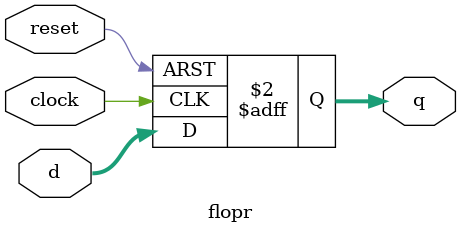
<source format=v>
module flopr(clock, reset, d, q);

    // Parameters
    parameter WIDTH = 8;
    
    // Declarations
    input clock; 
    input reset;
    input [WIDTH-1:0] d; 
    output reg [WIDTH-1:0] q;   
    
    // Logic
    always @(posedge clock, posedge reset)
        if (reset)
            q <= 0;
        else 
            q <= d;

endmodule
</source>
